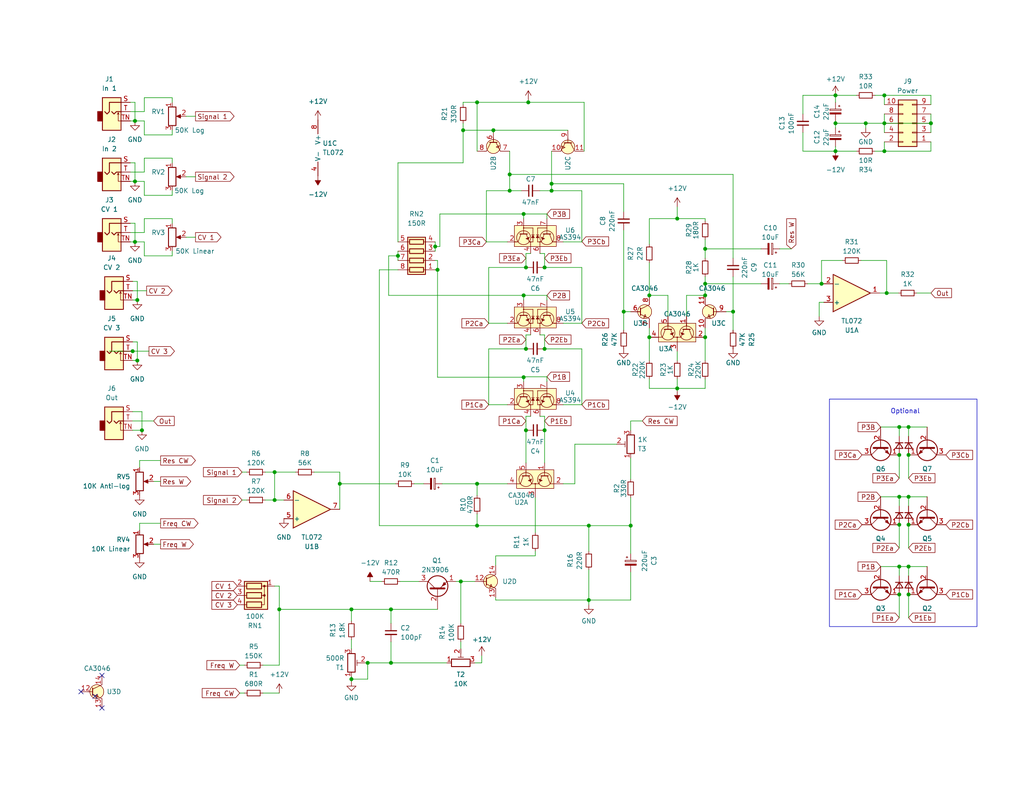
<source format=kicad_sch>
(kicad_sch (version 20230121) (generator eeschema)
  (paper "USLetter")
  (title_block (title "Goom") (company "Dave Hamilton"))
  (junction (at 106.68 180.975))
  (junction (at 192.405 77.47))
  (junction (at 245.364 124.206))
  (junction (at 247.904 162.306))
  (junction (at 227.965 26.035))
  (junction (at 160.655 163.83))
  (junction (at 74.93 128.905))
  (junction (at 36.83 33.02))
  (junction (at 148.59 95.25))
  (junction (at 139.065 47.625))
  (junction (at 74.93 136.525))
  (junction (at 37.465 81.915))
  (junction (at 184.785 59.69))
  (junction (at 177.165 80.645))
  (junction (at 143.51 117.475))
  (junction (at 245.364 154.686))
  (junction (at 126.365 35.56))
  (junction (at 224.155 77.47))
  (junction (at 36.195 95.885))
  (junction (at 36.83 66.04))
  (junction (at 236.22 33.655))
  (junction (at 130.175 143.51))
  (junction (at 148.59 73.025))
  (junction (at 245.364 143.256))
  (junction (at 118.745 67.31))
  (junction (at 241.3 41.275))
  (junction (at 192.405 67.945))
  (junction (at 247.904 143.256))
  (junction (at 254 33.655))
  (junction (at 241.935 80.01))
  (junction (at 148.59 117.475))
  (junction (at 38.735 117.475))
  (junction (at 247.904 135.636))
  (junction (at 95.885 166.37))
  (junction (at 130.175 132.08))
  (junction (at 241.3 33.655))
  (junction (at 106.68 166.37))
  (junction (at 177.165 92.075))
  (junction (at 142.875 58.42))
  (junction (at 139.065 52.07))
  (junction (at 134.62 35.56))
  (junction (at 245.364 162.306))
  (junction (at 150.495 52.07))
  (junction (at 160.655 143.51))
  (junction (at 108.585 69.85))
  (junction (at 245.364 116.586))
  (junction (at 76.2 166.37))
  (junction (at 144.145 27.94))
  (junction (at 245.364 135.636))
  (junction (at 142.875 102.997))
  (junction (at 192.405 80.645))
  (junction (at 143.51 95.25))
  (junction (at 37.465 98.425))
  (junction (at 172.085 143.51))
  (junction (at 95.885 185.42))
  (junction (at 192.405 92.075))
  (junction (at 247.904 116.586))
  (junction (at 227.965 41.275))
  (junction (at 200.025 85.09))
  (junction (at 36.83 49.53))
  (junction (at 125.73 158.75))
  (junction (at 92.71 132.08))
  (junction (at 142.875 80.645))
  (junction (at 247.904 154.686))
  (junction (at 241.3 26.035))
  (junction (at 143.51 73.025))
  (junction (at 227.965 33.655))
  (junction (at 100.33 180.975))
  (junction (at 184.785 106.045))
  (junction (at 150.495 50.165))
  (junction (at 170.18 85.09))
  (junction (at 247.904 124.206))
  (junction (at 119.38 73.66))
  (junction (at 130.175 27.94))
  (no_connect (at 27.813 184.404))
  (no_connect (at 22.098 188.849))
  (no_connect (at 27.813 193.294))
  (no_connect (at 25.908 190.119))
  (wire (pts (xy 146.05 151.765) (xy 135.255 151.765)))
  (wire (pts (xy 66.04 128.905) (xy 67.31 128.905)))
  (wire (pts (xy 130.175 27.94) (xy 130.175 41.275)))
  (wire (pts (xy 227.965 26.035) (xy 233.68 26.035)))
  (wire (pts (xy 125.73 177.165) (xy 125.73 175.26)))
  (wire (pts (xy 119.38 71.12) (xy 118.745 71.12)))
  (wire (pts (xy 126.365 35.56) (xy 126.365 44.45)))
  (wire (pts (xy 76.2 160.02) (xy 76.2 166.37)))
  (wire (pts (xy 66.04 136.525) (xy 67.31 136.525)))
  (wire (pts (xy 212.725 77.47) (xy 215.265 77.47)))
  (wire (pts (xy 150.495 52.07) (xy 147.32 52.07)))
  (wire (pts (xy 36.195 81.915) (xy 37.465 81.915)))
  (wire (pts (xy 46.99 53.34) (xy 46.99 52.07)))
  (wire (pts (xy 46.99 53.34) (xy 39.37 53.34)))
  (wire (pts (xy 245.364 119.126) (xy 245.364 116.586)))
  (wire (pts (xy 125.73 158.75) (xy 125.73 170.18)))
  (wire (pts (xy 129.54 180.975) (xy 131.445 180.975)))
  (wire (pts (xy 192.405 89.535) (xy 192.405 92.075)))
  (wire (pts (xy 142.875 102.87) (xy 149.225 102.87)))
  (wire (pts (xy 149.225 58.42) (xy 149.225 59.69)))
  (wire (pts (xy 43.815 131.445) (xy 41.91 131.445)))
  (wire (pts (xy 139.065 41.275) (xy 139.065 47.625)))
  (wire (pts (xy 74.93 136.525) (xy 72.39 136.525)))
  (wire (pts (xy 170.18 85.09) (xy 172.085 85.09)))
  (wire (pts (xy 139.065 52.07) (xy 142.24 52.07)))
  (wire (pts (xy 132.715 66.04) (xy 132.715 52.07)))
  (wire (pts (xy 36.195 95.885) (xy 40.64 95.885)))
  (wire (pts (xy 36.83 66.04) (xy 35.56 66.04)))
  (wire (pts (xy 254 41.275) (xy 241.3 41.275)))
  (wire (pts (xy 150.495 52.07) (xy 158.75 52.07)))
  (wire (pts (xy 153.67 110.49) (xy 158.75 110.49)))
  (wire (pts (xy 143.51 117.475) (xy 143.51 126.365)))
  (wire (pts (xy 35.56 44.45) (xy 36.83 44.45)))
  (wire (pts (xy 120.015 67.31) (xy 120.015 58.42)))
  (wire (pts (xy 138.43 88.265) (xy 133.35 88.265)))
  (wire (pts (xy 100.33 180.975) (xy 99.695 180.975)))
  (wire (pts (xy 103.505 73.66) (xy 103.505 143.51)))
  (wire (pts (xy 158.75 88.265) (xy 158.75 73.025)))
  (wire (pts (xy 39.37 66.04) (xy 36.83 66.04)))
  (wire (pts (xy 135.255 163.83) (xy 160.655 163.83)))
  (wire (pts (xy 71.755 181.61) (xy 76.2 181.61)))
  (wire (pts (xy 108.585 68.58) (xy 108.585 69.85)))
  (wire (pts (xy 150.495 41.275) (xy 150.495 50.165)))
  (wire (pts (xy 254 28.575) (xy 254 26.035)))
  (wire (pts (xy 135.255 163.195) (xy 135.255 163.83)))
  (wire (pts (xy 184.785 59.69) (xy 177.165 59.69)))
  (wire (pts (xy 29.845 95.885) (xy 36.195 95.885)))
  (wire (pts (xy 39.37 69.85) (xy 39.37 66.04)))
  (wire (pts (xy 46.99 26.67) (xy 46.99 27.94)))
  (wire (pts (xy 71.755 189.23) (xy 76.2 189.23)))
  (wire (pts (xy 250.19 80.01) (xy 254 80.01)))
  (wire (pts (xy 36.83 49.53) (xy 35.56 49.53)))
  (wire (pts (xy 39.37 33.02) (xy 36.83 33.02)))
  (wire (pts (xy 36.195 93.345) (xy 37.465 93.345)))
  (wire (pts (xy 39.37 26.67) (xy 39.37 30.48)))
  (wire (pts (xy 147.32 113.665) (xy 148.59 113.665)))
  (wire (pts (xy 106.045 80.645) (xy 106.045 69.85)))
  (wire (pts (xy 130.175 140.335) (xy 130.175 143.51)))
  (wire (pts (xy 192.405 67.945) (xy 192.405 70.485)))
  (wire (pts (xy 227.965 41.275) (xy 233.68 41.275)))
  (wire (pts (xy 172.085 114.935) (xy 172.085 117.475)))
  (wire (pts (xy 126.365 35.56) (xy 134.62 35.56)))
  (wire (pts (xy 192.405 59.69) (xy 184.785 59.69)))
  (wire (pts (xy 126.365 27.94) (xy 130.175 27.94)))
  (wire (pts (xy 184.785 106.045) (xy 184.785 106.68)))
  (wire (pts (xy 36.195 79.375) (xy 40.005 79.375)))
  (wire (pts (xy 227.965 40.005) (xy 227.965 41.275)))
  (wire (pts (xy 138.43 110.49) (xy 133.35 110.49)))
  (wire (pts (xy 92.71 128.905) (xy 92.71 132.08)))
  (wire (pts (xy 212.725 67.945) (xy 215.9 67.945)))
  (wire (pts (xy 50.8 31.75) (xy 53.34 31.75)))
  (wire (pts (xy 139.065 47.625) (xy 200.025 47.625)))
  (wire (pts (xy 227.965 26.035) (xy 227.965 27.94)))
  (wire (pts (xy 119.38 71.12) (xy 119.38 73.66)))
  (wire (pts (xy 192.405 65.405) (xy 192.405 67.945)))
  (wire (pts (xy 187.325 80.645) (xy 187.325 86.36)))
  (wire (pts (xy 118.745 67.31) (xy 120.015 67.31)))
  (wire (pts (xy 247.904 157.226) (xy 247.904 154.686)))
  (wire (pts (xy 160.655 163.83) (xy 160.655 165.1)))
  (wire (pts (xy 192.405 80.645) (xy 187.325 80.645)))
  (wire (pts (xy 241.935 80.01) (xy 241.935 71.12)))
  (wire (pts (xy 130.175 27.94) (xy 144.145 27.94)))
  (wire (pts (xy 192.405 59.69) (xy 192.405 60.325)))
  (wire (pts (xy 39.37 49.53) (xy 36.83 49.53)))
  (wire (pts (xy 133.35 73.025) (xy 143.51 73.025)))
  (wire (pts (xy 36.83 44.45) (xy 36.83 49.53)))
  (wire (pts (xy 130.175 132.08) (xy 138.43 132.08)))
  (wire (pts (xy 241.935 71.12) (xy 234.95 71.12)))
  (wire (pts (xy 35.56 27.94) (xy 36.83 27.94)))
  (wire (pts (xy 100.33 180.975) (xy 100.33 185.42)))
  (wire (pts (xy 182.245 86.36) (xy 182.245 80.645)))
  (wire (pts (xy 142.875 58.42) (xy 142.875 59.69)))
  (wire (pts (xy 35.56 60.96) (xy 36.83 60.96)))
  (wire (pts (xy 125.73 158.75) (xy 129.54 158.75)))
  (wire (pts (xy 220.345 77.47) (xy 224.155 77.47)))
  (wire (pts (xy 254 41.275) (xy 254 38.735)))
  (wire (pts (xy 172.085 156.21) (xy 172.085 163.83)))
  (wire (pts (xy 184.785 95.885) (xy 184.785 98.425)))
  (wire (pts (xy 177.165 80.645) (xy 182.245 80.645)))
  (wire (pts (xy 160.655 155.575) (xy 160.655 163.83)))
  (wire (pts (xy 108.585 66.04) (xy 108.585 44.45)))
  (wire (pts (xy 126.365 27.94) (xy 126.365 28.575)))
  (wire (pts (xy 144.78 91.44) (xy 143.51 91.44)))
  (wire (pts (xy 119.38 102.997) (xy 142.875 102.997)))
  (wire (pts (xy 38.1 125.73) (xy 43.815 125.73)))
  (wire (pts (xy 126.365 33.655) (xy 126.365 35.56)))
  (wire (pts (xy 120.65 132.08) (xy 130.175 132.08)))
  (wire (pts (xy 118.745 73.66) (xy 119.38 73.66)))
  (wire (pts (xy 37.465 76.835) (xy 37.465 81.915)))
  (wire (pts (xy 113.03 132.08) (xy 115.57 132.08)))
  (wire (pts (xy 227.965 33.02) (xy 227.965 33.655)))
  (wire (pts (xy 130.175 132.08) (xy 130.175 135.255)))
  (wire (pts (xy 76.2 166.37) (xy 95.885 166.37)))
  (wire (pts (xy 46.99 69.85) (xy 46.99 68.58)))
  (wire (pts (xy 131.445 180.975) (xy 131.445 179.07)))
  (wire (pts (xy 46.99 69.85) (xy 39.37 69.85)))
  (wire (pts (xy 148.59 91.44) (xy 148.59 95.25)))
  (wire (pts (xy 158.75 66.04) (xy 158.75 52.07)))
  (wire (pts (xy 192.405 75.565) (xy 192.405 77.47)))
  (wire (pts (xy 247.904 143.256) (xy 247.904 149.606)))
  (wire (pts (xy 224.155 77.47) (xy 224.79 77.47)))
  (wire (pts (xy 76.2 160.02) (xy 74.93 160.02)))
  (wire (pts (xy 170.18 62.865) (xy 170.18 85.09)))
  (wire (pts (xy 170.18 50.165) (xy 170.18 57.785)))
  (wire (pts (xy 41.91 114.935) (xy 36.195 114.935)))
  (wire (pts (xy 192.405 106.045) (xy 184.785 106.045)))
  (wire (pts (xy 156.845 121.285) (xy 156.845 132.08)))
  (wire (pts (xy 77.47 136.525) (xy 74.93 136.525)))
  (wire (pts (xy 100.33 185.42) (xy 95.885 185.42)))
  (wire (pts (xy 35.56 63.5) (xy 39.37 63.5)))
  (wire (pts (xy 38.1 127.635) (xy 38.1 125.73)))
  (wire (pts (xy 245.364 154.686) (xy 240.284 154.686)))
  (wire (pts (xy 254 26.035) (xy 241.3 26.035)))
  (wire (pts (xy 133.35 95.25) (xy 143.51 95.25)))
  (wire (pts (xy 245.364 143.256) (xy 245.364 149.606)))
  (wire (pts (xy 227.965 33.655) (xy 236.22 33.655)))
  (wire (pts (xy 177.165 92.075) (xy 177.165 98.425)))
  (wire (pts (xy 142.875 80.645) (xy 142.875 81.915)))
  (wire (pts (xy 144.145 27.305) (xy 144.145 27.94)))
  (wire (pts (xy 224.79 82.55) (xy 223.52 82.55)))
  (wire (pts (xy 133.35 110.49) (xy 133.35 95.25)))
  (wire (pts (xy 192.405 67.945) (xy 207.645 67.945)))
  (wire (pts (xy 139.065 47.625) (xy 139.065 52.07)))
  (wire (pts (xy 247.904 135.636) (xy 245.364 135.636)))
  (wire (pts (xy 147.32 91.44) (xy 148.59 91.44)))
  (wire (pts (xy 46.99 36.83) (xy 46.99 35.56)))
  (wire (pts (xy 241.3 33.655) (xy 241.3 36.195)))
  (wire (pts (xy 109.22 158.75) (xy 114.3 158.75)))
  (wire (pts (xy 118.745 66.04) (xy 118.745 67.31)))
  (wire (pts (xy 144.145 27.94) (xy 159.385 27.94)))
  (wire (pts (xy 148.59 73.025) (xy 158.75 73.025)))
  (wire (pts (xy 124.46 158.75) (xy 125.73 158.75)))
  (wire (pts (xy 65.405 189.23) (xy 66.675 189.23)))
  (wire (pts (xy 172.085 135.89) (xy 172.085 143.51)))
  (wire (pts (xy 146.05 135.89) (xy 146.05 145.415)))
  (wire (pts (xy 177.165 103.505) (xy 177.165 106.045)))
  (wire (pts (xy 241.3 26.035) (xy 241.3 28.575)))
  (wire (pts (xy 254 31.115) (xy 254 33.655)))
  (wire (pts (xy 39.37 30.48) (xy 35.56 30.48)))
  (wire (pts (xy 46.99 36.83) (xy 39.37 36.83)))
  (wire (pts (xy 100.965 158.75) (xy 104.14 158.75)))
  (wire (pts (xy 142.875 102.997) (xy 142.875 104.14)))
  (wire (pts (xy 148.59 113.665) (xy 148.59 117.475)))
  (wire (pts (xy 241.3 41.275) (xy 241.3 38.735)))
  (wire (pts (xy 172.085 125.095) (xy 172.085 130.81)))
  (wire (pts (xy 247.904 124.206) (xy 247.904 130.556)))
  (wire (pts (xy 95.885 186.055) (xy 95.885 185.42)))
  (wire (pts (xy 177.165 89.535) (xy 177.165 92.075)))
  (wire (pts (xy 103.505 73.66) (xy 108.585 73.66)))
  (wire (pts (xy 200.025 85.09) (xy 198.12 85.09)))
  (wire (pts (xy 219.075 31.115) (xy 219.075 26.035)))
  (wire (pts (xy 76.2 166.37) (xy 76.2 181.61)))
  (wire (pts (xy 38.735 112.395) (xy 38.735 117.475)))
  (wire (pts (xy 245.364 116.586) (xy 240.284 116.586)))
  (wire (pts (xy 106.68 180.975) (xy 121.92 180.975)))
  (wire (pts (xy 142.875 102.997) (xy 142.875 102.87)))
  (wire (pts (xy 245.364 157.226) (xy 245.364 154.686)))
  (wire (pts (xy 108.585 44.45) (xy 126.365 44.45)))
  (wire (pts (xy 153.67 132.08) (xy 156.845 132.08)))
  (wire (pts (xy 134.62 35.56) (xy 134.62 36.195)))
  (wire (pts (xy 247.904 116.586) (xy 252.984 116.586)))
  (wire (pts (xy 146.05 150.495) (xy 146.05 151.765)))
  (wire (pts (xy 103.505 143.51) (xy 130.175 143.51)))
  (wire (pts (xy 219.075 41.275) (xy 227.965 41.275)))
  (wire (pts (xy 177.165 106.045) (xy 184.785 106.045)))
  (wire (pts (xy 247.904 162.306) (xy 247.904 168.656)))
  (wire (pts (xy 74.93 128.905) (xy 74.93 136.525)))
  (wire (pts (xy 39.37 59.69) (xy 46.99 59.69)))
  (wire (pts (xy 142.875 58.42) (xy 149.225 58.42)))
  (wire (pts (xy 236.22 34.925) (xy 236.22 33.655)))
  (wire (pts (xy 177.165 71.755) (xy 177.165 80.645)))
  (wire (pts (xy 150.495 50.165) (xy 150.495 52.07)))
  (wire (pts (xy 120.015 58.42) (xy 142.875 58.42)))
  (wire (pts (xy 46.99 43.18) (xy 46.99 44.45)))
  (wire (pts (xy 177.165 59.69) (xy 177.165 66.675)))
  (wire (pts (xy 106.045 80.645) (xy 142.875 80.645)))
  (wire (pts (xy 219.075 26.035) (xy 227.965 26.035)))
  (wire (pts (xy 95.885 174.625) (xy 95.885 177.165)))
  (wire (pts (xy 172.085 163.83) (xy 160.655 163.83)))
  (wire (pts (xy 143.51 91.44) (xy 143.51 95.25)))
  (wire (pts (xy 229.87 71.12) (xy 224.155 71.12)))
  (wire (pts (xy 245.364 135.636) (xy 240.284 135.636)))
  (wire (pts (xy 132.715 66.04) (xy 138.43 66.04)))
  (wire (pts (xy 241.3 33.655) (xy 254 33.655)))
  (wire (pts (xy 38.735 117.475) (xy 36.195 117.475)))
  (wire (pts (xy 106.68 166.37) (xy 119.38 166.37)))
  (wire (pts (xy 241.3 31.115) (xy 241.3 33.655)))
  (wire (pts (xy 247.904 135.636) (xy 252.984 135.636)))
  (wire (pts (xy 153.67 88.265) (xy 158.75 88.265)))
  (wire (pts (xy 106.68 166.37) (xy 106.68 170.18)))
  (wire (pts (xy 143.51 113.665) (xy 143.51 117.475)))
  (wire (pts (xy 247.904 154.686) (xy 245.364 154.686)))
  (wire (pts (xy 95.885 166.37) (xy 106.68 166.37)))
  (wire (pts (xy 200.025 90.17) (xy 200.025 85.09)))
  (wire (pts (xy 150.495 50.165) (xy 170.18 50.165)))
  (wire (pts (xy 35.56 46.99) (xy 39.37 46.99)))
  (wire (pts (xy 85.725 128.905) (xy 92.71 128.905)))
  (wire (pts (xy 65.405 181.61) (xy 66.675 181.61)))
  (wire (pts (xy 106.68 175.26) (xy 106.68 180.975)))
  (wire (pts (xy 135.255 151.765) (xy 135.255 154.305)))
  (wire (pts (xy 172.085 143.51) (xy 172.085 151.13)))
  (wire (pts (xy 149.225 80.645) (xy 149.225 81.915)))
  (wire (pts (xy 39.37 46.99) (xy 39.37 43.18)))
  (wire (pts (xy 144.78 113.665) (xy 143.51 113.665)))
  (wire (pts (xy 184.785 56.515) (xy 184.785 59.69)))
  (wire (pts (xy 192.405 92.075) (xy 192.405 98.425)))
  (wire (pts (xy 108.585 69.85) (xy 108.585 71.12)))
  (wire (pts (xy 143.51 69.215) (xy 143.51 73.025)))
  (wire (pts (xy 133.35 88.265) (xy 133.35 73.025)))
  (wire (pts (xy 200.025 75.565) (xy 200.025 85.09)))
  (wire (pts (xy 245.364 124.206) (xy 245.364 130.556)))
  (wire (pts (xy 53.34 64.77) (xy 50.8 64.77)))
  (wire (pts (xy 219.075 36.195) (xy 219.075 41.275)))
  (wire (pts (xy 39.37 43.18) (xy 46.99 43.18)))
  (wire (pts (xy 238.76 26.035) (xy 241.3 26.035)))
  (wire (pts (xy 95.885 185.42) (xy 95.885 184.785)))
  (wire (pts (xy 39.37 63.5) (xy 39.37 59.69)))
  (wire (pts (xy 36.83 27.94) (xy 36.83 33.02)))
  (wire (pts (xy 254 33.655) (xy 254 36.195)))
  (wire (pts (xy 36.195 112.395) (xy 38.735 112.395)))
  (wire (pts (xy 160.655 143.51) (xy 172.085 143.51)))
  (wire (pts (xy 118.745 67.31) (xy 118.745 68.58)))
  (wire (pts (xy 241.935 80.01) (xy 245.11 80.01)))
  (wire (pts (xy 247.904 138.176) (xy 247.904 135.636)))
  (wire (pts (xy 36.195 98.425) (xy 37.465 98.425)))
  (wire (pts (xy 159.385 27.94) (xy 159.385 41.275)))
  (wire (pts (xy 36.83 33.02) (xy 35.56 33.02)))
  (wire (pts (xy 247.904 154.686) (xy 252.984 154.686)))
  (wire (pts (xy 46.99 26.67) (xy 39.37 26.67)))
  (wire (pts (xy 223.52 82.55) (xy 223.52 86.36)))
  (wire (pts (xy 39.37 36.83) (xy 39.37 33.02)))
  (wire (pts (xy 247.904 116.586) (xy 245.364 116.586)))
  (wire (pts (xy 43.815 148.59) (xy 41.91 148.59)))
  (wire (pts (xy 160.655 143.51) (xy 160.655 150.495)))
  (wire (pts (xy 200.025 47.625) (xy 200.025 70.485)))
  (wire (pts (xy 245.364 162.306) (xy 245.364 168.656)))
  (wire (pts (xy 245.364 138.176) (xy 245.364 135.636)))
  (wire (pts (xy 236.22 33.655) (xy 241.3 33.655)))
  (wire (pts (xy 158.75 110.49) (xy 158.75 95.25)))
  (wire (pts (xy 37.465 93.345) (xy 37.465 98.425)))
  (wire (pts (xy 50.8 48.26) (xy 53.34 48.26)))
  (wire (pts (xy 119.38 73.66) (xy 119.38 102.997)))
  (wire (pts (xy 130.175 143.51) (xy 160.655 143.51)))
  (wire (pts (xy 156.845 121.285) (xy 168.275 121.285)))
  (wire (pts (xy 147.32 69.215) (xy 148.59 69.215)))
  (wire (pts (xy 192.405 77.47) (xy 207.645 77.47)))
  (wire (pts (xy 170.18 85.09) (xy 170.18 90.17)))
  (wire (pts (xy 39.37 53.34) (xy 39.37 49.53)))
  (wire (pts (xy 92.71 132.08) (xy 92.71 139.065)))
  (wire (pts (xy 192.405 77.47) (xy 192.405 80.645)))
  (wire (pts (xy 238.76 41.275) (xy 241.3 41.275)))
  (wire (pts (xy 38.1 142.875) (xy 43.815 142.875)))
  (wire (pts (xy 92.71 132.08) (xy 107.95 132.08)))
  (wire (pts (xy 192.405 103.505) (xy 192.405 106.045)))
  (wire (pts (xy 148.59 69.215) (xy 148.59 73.025)))
  (wire (pts (xy 36.83 60.96) (xy 36.83 66.04)))
  (wire (pts (xy 148.59 117.475) (xy 148.59 126.365)))
  (wire (pts (xy 144.78 69.215) (xy 143.51 69.215)))
  (wire (pts (xy 153.67 66.04) (xy 158.75 66.04)))
  (wire (pts (xy 74.93 128.905) (xy 80.645 128.905)))
  (wire (pts (xy 106.045 69.85) (xy 108.585 69.85)))
  (wire (pts (xy 224.155 71.12) (xy 224.155 77.47)))
  (wire (pts (xy 142.875 80.645) (xy 149.225 80.645)))
  (wire (pts (xy 46.99 59.69) (xy 46.99 60.96)))
  (wire (pts (xy 247.904 119.126) (xy 247.904 116.586)))
  (wire (pts (xy 148.59 95.25) (xy 158.75 95.25)))
  (wire (pts (xy 132.715 52.07) (xy 139.065 52.07)))
  (wire (pts (xy 149.225 102.87) (xy 149.225 104.14)))
  (wire (pts (xy 227.965 34.925) (xy 227.965 33.655)))
  (wire (pts (xy 36.195 76.835) (xy 37.465 76.835)))
  (wire (pts (xy 240.03 80.01) (xy 241.935 80.01)))
  (wire (pts (xy 95.885 166.37) (xy 95.885 169.545)))
  (wire (pts (xy 134.62 35.56) (xy 154.94 35.56)))
  (wire (pts (xy 72.39 128.905) (xy 74.93 128.905)))
  (wire (pts (xy 175.26 114.935) (xy 172.085 114.935)))
  (wire (pts (xy 184.785 103.505) (xy 184.785 106.045)))
  (wire (pts (xy 100.33 180.975) (xy 106.68 180.975)))
  (wire (pts (xy 38.1 144.78) (xy 38.1 142.875)))
  (rectangle (start 226.314 108.966) (end 266.573 171.069))
  (text "Optional" (at 242.951 113.157 0) (effects (font (size 1.27 1.27)) (justify left bottom)))
  (global_label "P2Ea" (shape input) (at 245.364 149.606 180) (property "Intersheetrefs" "${INTERSHEET_REFS}" (effects hide)))
  (global_label "CV 1" (shape input) (at 64.77 160.02 180) (property "Intersheetrefs" "${INTERSHEET_REFS}" (effects hide)))
  (global_label "P2Eb" (shape input) (at 148.59 92.71 0) (property "Intersheetrefs" "${INTERSHEET_REFS}" (effects hide)))
  (global_label "P3B" (shape input) (at 149.225 58.42 0) (property "Intersheetrefs" "${INTERSHEET_REFS}" (effects hide)))
  (global_label "Signal 2" (shape output) (at 53.34 48.26 0) (property "Intersheetrefs" "${INTERSHEET_REFS}" (effects hide)))
  (global_label "P1B" (shape input) (at 240.284 154.686 180) (property "Intersheetrefs" "${INTERSHEET_REFS}" (effects hide)))
  (global_label "P2Cb" (shape input) (at 158.75 88.265 0) (property "Intersheetrefs" "${INTERSHEET_REFS}" (effects hide)))
  (global_label "P3Ca" (shape input) (at 132.715 66.04 180) (property "Intersheetrefs" "${INTERSHEET_REFS}" (effects hide)))
  (global_label "CV 1" (shape output) (at 53.34 64.77 0) (property "Intersheetrefs" "${INTERSHEET_REFS}" (effects hide)))
  (global_label "P2Ca" (shape input) (at 133.35 88.265 180) (property "Intersheetrefs" "${INTERSHEET_REFS}" (effects hide)))
  (global_label "P3Eb" (shape input) (at 247.904 130.556 0) (property "Intersheetrefs" "${INTERSHEET_REFS}" (effects hide)))
  (global_label "Res CW" (shape output) (at 43.815 125.73 0) (property "Intersheetrefs" "${INTERSHEET_REFS}" (effects hide)))
  (global_label "Res CW" (shape input) (at 175.26 114.935 0) (property "Intersheetrefs" "${INTERSHEET_REFS}" (effects hide)))
  (global_label "Signal 2" (shape input) (at 66.04 136.525 180) (property "Intersheetrefs" "${INTERSHEET_REFS}" (effects hide)))
  (global_label "P3B" (shape input) (at 240.284 116.586 180) (property "Intersheetrefs" "${INTERSHEET_REFS}" (effects hide)))
  (global_label "Out" (shape input) (at 41.91 114.935 0) (property "Intersheetrefs" "${INTERSHEET_REFS}" (effects hide)))
  (global_label "Out" (shape input) (at 254 80.01 0) (property "Intersheetrefs" "${INTERSHEET_REFS}" (effects hide)))
  (global_label "CV 3" (shape input) (at 64.77 165.1 180) (property "Intersheetrefs" "${INTERSHEET_REFS}" (effects hide)))
  (global_label "Freq CW" (shape input) (at 65.405 189.23 180) (property "Intersheetrefs" "${INTERSHEET_REFS}" (effects hide)))
  (global_label "P2Ea" (shape input) (at 143.51 92.71 180) (property "Intersheetrefs" "${INTERSHEET_REFS}" (effects hide)))
  (global_label "P2Cb" (shape input) (at 258.064 143.256 0) (property "Intersheetrefs" "${INTERSHEET_REFS}" (effects hide)))
  (global_label "P3Eb" (shape input) (at 148.59 70.485 0) (property "Intersheetrefs" "${INTERSHEET_REFS}" (effects hide)))
  (global_label "Signal 1" (shape input) (at 66.04 128.905 180) (property "Intersheetrefs" "${INTERSHEET_REFS}" (effects hide)))
  (global_label "Freq W" (shape input) (at 65.405 181.61 180) (property "Intersheetrefs" "${INTERSHEET_REFS}" (effects hide)))
  (global_label "P3Ea" (shape input) (at 143.51 70.485 180) (property "Intersheetrefs" "${INTERSHEET_REFS}" (effects hide)))
  (global_label "P2B" (shape input) (at 149.225 80.645 0) (property "Intersheetrefs" "${INTERSHEET_REFS}" (effects hide)))
  (global_label "P1Ca" (shape input) (at 133.35 110.49 180) (property "Intersheetrefs" "${INTERSHEET_REFS}" (effects hide)))
  (global_label "P1Ca" (shape input) (at 235.204 162.306 180) (property "Intersheetrefs" "${INTERSHEET_REFS}" (effects hide)))
  (global_label "P1Ea" (shape input) (at 245.364 168.656 180) (property "Intersheetrefs" "${INTERSHEET_REFS}" (effects hide)))
  (global_label "P3Cb" (shape input) (at 158.75 65.913 0) (property "Intersheetrefs" "${INTERSHEET_REFS}" (effects hide)))
  (global_label "CV 2" (shape output) (at 40.005 79.375 0) (property "Intersheetrefs" "${INTERSHEET_REFS}" (effects hide)))
  (global_label "P1Eb" (shape input) (at 247.904 168.656 0) (property "Intersheetrefs" "${INTERSHEET_REFS}" (effects hide)))
  (global_label "Freq W" (shape output) (at 43.815 148.59 0) (property "Intersheetrefs" "${INTERSHEET_REFS}" (effects hide)))
  (global_label "Res W" (shape output) (at 43.815 131.445 0) (property "Intersheetrefs" "${INTERSHEET_REFS}" (effects hide)))
  (global_label "P3Ea" (shape input) (at 245.364 130.556 180) (property "Intersheetrefs" "${INTERSHEET_REFS}" (effects hide)))
  (global_label "CV 3" (shape output) (at 40.64 95.885 0) (property "Intersheetrefs" "${INTERSHEET_REFS}" (effects hide)))
  (global_label "P3Cb" (shape input) (at 258.064 124.206 0) (property "Intersheetrefs" "${INTERSHEET_REFS}" (effects hide)))
  (global_label "P3Ca" (shape input) (at 235.204 124.206 180) (property "Intersheetrefs" "${INTERSHEET_REFS}" (effects hide)))
  (global_label "P1Cb" (shape input) (at 158.75 110.49 0) (property "Intersheetrefs" "${INTERSHEET_REFS}" (effects hide)))
  (global_label "P1Cb" (shape input) (at 258.064 162.306 0) (property "Intersheetrefs" "${INTERSHEET_REFS}" (effects hide)))
  (global_label "P1Eb" (shape input) (at 148.59 114.935 0) (property "Intersheetrefs" "${INTERSHEET_REFS}" (effects hide)))
  (global_label "CV 2" (shape input) (at 64.77 162.56 180) (property "Intersheetrefs" "${INTERSHEET_REFS}" (effects hide)))
  (global_label "P2Ca" (shape input) (at 235.204 143.256 180) (property "Intersheetrefs" "${INTERSHEET_REFS}" (effects hide)))
  (global_label "Signal 1" (shape output) (at 53.34 31.75 0) (property "Intersheetrefs" "${INTERSHEET_REFS}" (effects hide)))
  (global_label "P1B" (shape input) (at 149.225 102.87 0) (property "Intersheetrefs" "${INTERSHEET_REFS}" (effects hide)))
  (global_label "Freq CW" (shape output) (at 43.815 142.875 0) (property "Intersheetrefs" "${INTERSHEET_REFS}" (effects hide)))
  (global_label "P1Ca" (shape input) (at 143.51 114.935 180) (property "Intersheetrefs" "${INTERSHEET_REFS}" (effects hide)))
  (global_label "Res W" (shape input) (at 215.9 67.945 90) (property "Intersheetrefs" "${INTERSHEET_REFS}" (effects hide)))
  (global_label "P2Eb" (shape input) (at 247.904 149.606 0) (property "Intersheetrefs" "${INTERSHEET_REFS}" (effects hide)))
  (global_label "P2B" (shape input) (at 240.284 135.636 180) (property "Intersheetrefs" "${INTERSHEET_REFS}" (effects hide)))
  (symbol (lib_id "Device:R_Small") (at 130.175 137.795 180) (unit 1)
    (property "Reference" "R10" (at 126.365 137.795 90))
    (property "Value" "470R" (at 128.27 137.795 90))
    (property "Footprint" "Resistor_THT:R_Axial_DIN0204_L3.6mm_D1.6mm_P5.08mm_Horizontal" (effects hide))
  )
  (symbol (lib_id "Device:R_Small") (at 236.22 41.275 90) (mirror x) (unit 1)
    (property "Reference" "R34" (at 236.22 46.355 90))
    (property "Value" "10R" (at 236.22 43.815 90))
    (property "Footprint" "Resistor_THT:R_Axial_DIN0204_L3.6mm_D1.6mm_P5.08mm_Horizontal" (effects hide))
  )
  (symbol (lib_id "Device:R_Small") (at 125.73 172.72 180) (unit 1)
    (property "Reference" "R14" (at 120.65 172.72 90))
    (property "Value" "100K" (at 123.19 172.72 90))
    (property "Footprint" "Resistor_THT:R_Axial_DIN0204_L3.6mm_D1.6mm_P5.08mm_Horizontal" (effects hide))
  )
  (symbol (lib_id "Device:C_Small") (at 144.78 52.07 90) (mirror x) (unit 1)
    (property "Reference" "C7" (at 144.78 48.895 90))
    (property "Value" "47nF" (at 144.78 55.245 90))
    (property "Footprint" "Capacitor_THT:C_Rect_L7.2mm_W2.5mm_P5.00mm_FKS2_FKP2_MKS2_MKP2" (effects hide))
  )
  (symbol (lib_id "Device:R_Potentiometer") (at 46.99 48.26 0) (unit 1)
    (property "Reference" "RV2" (at 45.085 46.99 0) (effects (justify right)))
    (property "Value" "50K Log" (at 55.753 52.07 0) (effects (justify right)))
    (property "Footprint" "Potentiometer_THT:Potentiometer_Alpha_RD901F-40-00D_Single_Vertical" (effects hide))
  )
  (symbol (lib_id "Device:C_Small") (at 170.18 60.325 0) (mirror y) (unit 1)
    (property "Reference" "C8" (at 164.465 60.325 90))
    (property "Value" "220nF" (at 167.005 60.325 90))
    (property "Footprint" "Capacitor_THT:C_Rect_L7.2mm_W2.5mm_P5.00mm_FKS2_FKP2_MKS2_MKP2" (effects hide))
  )
  (symbol (lib_id "Device:C_Polarized_Small") (at 227.965 37.465 0) (mirror y) (unit 1)
    (property "Reference" "C12" (at 222.885 37.465 90))
    (property "Value" "22uF" (at 225.425 37.465 90))
    (property "Footprint" "Capacitor_THT:CP_Radial_D5.0mm_P2.50mm" (effects hide))
  )
  (symbol (lib_id "Device:R_Small") (at 192.405 73.025 180) (unit 1)
    (property "Reference" "R28" (at 187.96 73.025 90))
    (property "Value" "1K" (at 189.865 73.025 90))
    (property "Footprint" "Resistor_THT:R_Axial_DIN0204_L3.6mm_D1.6mm_P5.08mm_Horizontal" (effects hide))
  )
  (symbol (lib_id "power:GND") (at 200.025 95.25 0) (unit 1)
    (property "Reference" "#PWR028" (effects hide))
    (property "Value" "GND" (at 200.025 99.06 0))
  )
  (symbol (lib_id "power:GND") (at 37.465 81.915 0) (unit 1)
    (property "Reference" "#PWR03" (effects hide))
    (property "Value" "GND" (at 37.465 86.995 0))
  )
  (symbol (lib_id "Device:R_Small") (at 106.68 158.75 270) (mirror x) (unit 1)
    (property "Reference" "R12" (at 106.68 153.67 90))
    (property "Value" "470R" (at 106.68 156.21 90))
    (property "Footprint" "Resistor_THT:R_Axial_DIN0204_L3.6mm_D1.6mm_P5.08mm_Horizontal" (effects hide))
  )
  (symbol (lib_id "Device:R_Small") (at 69.215 189.23 90) (unit 1)
    (property "Reference" "R1" (at 69.215 184.15 90))
    (property "Value" "680R" (at 69.215 186.69 90))
    (property "Footprint" "Resistor_THT:R_Axial_DIN0204_L3.6mm_D1.6mm_P5.08mm_Horizontal" (effects hide))
  )
  (symbol (lib_id "Device:D_Small") (at 245.364 159.766 270) (unit 1)
    (property "Reference" "D2" (effects hide))
    (property "Value" "2N4148" (effects hide))
    (property "Footprint" "Diode_THT:D_DO-35_SOD27_P7.62mm_Horizontal" (effects hide))
    (property "Sim.Device" "D" (effects hide))
    (property "Sim.Pins" "1=K 2=A" (effects hide))
  )
  (symbol (lib_id "Device:C_Polarized_Small") (at 227.965 30.48 0) (mirror y) (unit 1)
    (property "Reference" "C14" (at 222.885 30.48 90))
    (property "Value" "22uF" (at 225.425 30.48 90))
    (property "Footprint" "Capacitor_THT:CP_Radial_D5.0mm_P2.50mm" (effects hide))
  )
  (symbol (lib_id "power:+12V") (at 131.445 179.07 0) (unit 1)
    (property "Reference" "#PWR015" (effects hide))
    (property "Value" "+12V" (at 131.445 174.625 0))
  )
  (symbol (lib_id "Device:C_Polarized_Small") (at 172.085 153.67 0) (unit 1)
    (property "Reference" "C3" (at 178.435 153.1239 90))
    (property "Value" "220uF" (at 175.895 153.1239 90))
    (property "Footprint" "Capacitor_THT:CP_Radial_D5.0mm_P2.50mm" (effects hide))
  )
  (symbol (lib_id "Device:R_Potentiometer_Trim") (at 172.085 121.285 180) (unit 1)
    (property "Reference" "T3" (at 173.99 122.555 0) (effects (justify right)))
    (property "Value" "1K" (at 173.99 120.015 0) (effects (justify right)))
    (property "Footprint" "Potentiometer_THT:Potentiometer_Bourns_3386P_Vertical" (effects hide))
  )
  (symbol (lib_id "Transistor_Arrays:CA3046") (at 128.27 40.005 90) (mirror x) (unit 2)
    (property "Reference" "U2" (at 134.62 42.545 0) (effects (justify left)))
    (property "Value" "CA3046" (effects hide))
    (property "Footprint" "Package_DIP:DIP-14_W7.62mm" (effects hide))
  )
  (symbol (lib_id "Transistor_Arrays:AS394H") (at 146.05 58.42 0) (unit 1)
    (property "Reference" "U6" (at 155.575 62.865 0))
    (property "Value" "AS394" (at 155.575 64.77 0))
    (property "Footprint" "Package_TO_SOT_THT:TO-5-8" (effects hide))
  )
  (symbol (lib_id "Transistor_BJT:2N3904") (at 252.984 140.716 270) (unit 1)
    (property "Reference" "Q5" (at 252.984 147.066 90))
    (property "Value" "2N3904" (effects hide))
    (property "Footprint" "Package_TO_SOT_THT:TO-92_Inline" (effects hide))
    (property "Datasheet" "https://www.onsemi.com/pub/Collateral/2N3903-D.PDF" (effects hide))
  )
  (symbol (lib_id "Transistor_BJT:2N3906") (at 119.38 161.29 90) (unit 1)
    (property "Reference" "Q1" (at 120.65 153.035 90) (effects (justify left)))
    (property "Value" "2N3906" (at 122.555 155.575 90) (effects (justify left)))
    (property "Footprint" "Package_TO_SOT_THT:TO-92_Inline" (effects hide))
    (property "Datasheet" "https://www.onsemi.com/pub/Collateral/2N3906-D.PDF" (effects hide))
  )
  (symbol (lib_id "Device:R_Small") (at 110.49 132.08 90) (unit 1)
    (property "Reference" "R9" (at 110.49 127 90))
    (property "Value" "10K" (at 110.49 129.54 90))
    (property "Footprint" "Resistor_THT:R_Axial_DIN0204_L3.6mm_D1.6mm_P5.08mm_Horizontal" (effects hide))
  )
  (symbol (lib_name "CA3046_4") (lib_id "Transistor_Arrays:CA3046") (at 133.985 152.4 0) (unit 4)
    (property "Reference" "U2" (at 139.065 158.75 0))
    (property "Value" "CA3046" (effects hide))
    (property "Footprint" "Package_DIP:DIP-14_W7.62mm" (effects hide))
  )
  (symbol (lib_id "Device:C_Small") (at 219.075 33.655 180) (unit 1)
    (property "Reference" "C13" (at 213.36 33.655 90))
    (property "Value" "100nF" (at 215.9 33.655 90))
    (property "Footprint" "Capacitor_THT:C_Rect_L7.2mm_W2.5mm_P5.00mm_FKS2_FKP2_MKS2_MKP2" (effects hide))
  )
  (symbol (lib_id "Connector_Audio:AudioJack2_SwitchT") (at 31.115 114.935 0) (unit 1)
    (property "Reference" "J6" (at 30.48 106.045 0))
    (property "Value" "Out" (at 30.48 108.585 0))
    (property "Footprint" "Connector_Audio_Extra:Jack_3.5mm_QingPu_WQP-PJ301BM_Vertical" (effects hide))
  )
  (symbol (lib_id "Device:R_Potentiometer") (at 46.99 31.75 0) (unit 1)
    (property "Reference" "RV1" (at 45.085 30.48 0) (effects (justify right)))
    (property "Value" "50K Log" (at 55.88 35.56 0) (effects (justify right)))
    (property "Footprint" "Potentiometer_THT:Potentiometer_Alpha_RD901F-40-00D_Single_Vertical" (effects hide))
  )
  (symbol (lib_id "Device:C_Small") (at 146.05 95.25 90) (mirror x) (unit 1)
    (property "Reference" "C5" (at 146.05 100.965 90))
    (property "Value" "47nF" (at 146.05 98.425 90))
    (property "Footprint" "Capacitor_THT:C_Rect_L7.2mm_W2.5mm_P5.00mm_FKS2_FKP2_MKS2_MKP2" (effects hide))
  )
  (symbol (lib_id "Device:R_Potentiometer_Trim") (at 95.885 180.975 0) (mirror x) (unit 1)
    (property "Reference" "T1" (at 93.98 182.245 0) (effects (justify right)))
    (property "Value" "500R" (at 93.98 179.705 0) (effects (justify right)))
    (property "Footprint" "Potentiometer_THT:Potentiometer_Bourns_3266Y_Vertical" (effects hide))
  )
  (symbol (lib_id "power:-12V") (at 86.741 48.006 0) (mirror x) (unit 1)
    (property "Reference" "#PWR09" (effects hide))
    (property "Value" "-12V" (at 86.741 53.086 0))
  )
  (symbol (lib_id "Connector_Audio:AudioJack2_SwitchT") (at 30.48 30.48 0) (unit 1)
    (property "Reference" "J1" (at 29.845 21.59 0))
    (property "Value" "In 1" (at 29.845 24.13 0))
    (property "Footprint" "Connector_Audio_Extra:Jack_3.5mm_QingPu_WQP-PJ301BM_Vertical" (effects hide))
  )
  (symbol (lib_id "power:+12V") (at 76.2 189.23 0) (unit 1)
    (property "Reference" "#PWR05" (effects hide))
    (property "Value" "+12V" (at 76.2 184.15 0))
  )
  (symbol (lib_id "Device:R_Potentiometer") (at 46.99 64.77 0) (unit 1)
    (property "Reference" "RV3" (at 45.085 63.5 0) (effects (justify right)))
    (property "Value" "50K Linear" (at 58.547 68.58 0) (effects (justify right)))
    (property "Footprint" "Potentiometer_THT:Potentiometer_Alpha_RD901F-40-00D_Single_Vertical" (effects hide))
  )
  (symbol (lib_id "power:+12V") (at 86.741 32.766 0) (unit 1)
    (property "Reference" "#PWR08" (effects hide))
    (property "Value" "+12V" (at 86.741 27.686 0))
  )
  (symbol (lib_id "power:GND") (at 36.83 33.02 0) (unit 1)
    (property "Reference" "#PWR02" (effects hide))
    (property "Value" "GND" (at 36.83 38.1 0))
  )
  (symbol (lib_id "power:GND") (at 36.83 66.04 0) (unit 1)
    (property "Reference" "#PWR06" (effects hide))
    (property "Value" "GND" (at 36.83 71.12 0))
  )
  (symbol (lib_id "Device:C_Small") (at 146.05 73.025 90) (mirror x) (unit 1)
    (property "Reference" "C6" (at 146.05 78.74 90))
    (property "Value" "47nF" (at 146.05 76.2 90))
    (property "Footprint" "Capacitor_THT:C_Rect_L7.2mm_W2.5mm_P5.00mm_FKS2_FKP2_MKS2_MKP2" (effects hide))
  )
  (symbol (lib_name "CA3046_3") (lib_id "Transistor_Arrays:CA3046") (at 26.543 182.499 0) (unit 4)
    (property "Reference" "U3" (at 29.083 188.849 0) (effects (justify left)))
    (property "Value" "CA3046" (at 26.543 182.499 0))
    (property "Footprint" "Package_DIP:DIP-14_W7.62mm" (effects hide))
  )
  (symbol (lib_id "power:-12V") (at 100.965 158.75 0) (unit 1)
    (property "Reference" "#PWR012" (effects hide))
    (property "Value" "-12V" (at 100.965 153.67 0))
  )
  (symbol (lib_id "Device:R_Small") (at 232.41 71.12 270) (mirror x) (unit 1)
    (property "Reference" "R31" (at 232.41 66.04 90))
    (property "Value" "120K" (at 232.41 68.58 90))
    (property "Footprint" "Resistor_THT:R_Axial_DIN0204_L3.6mm_D1.6mm_P5.08mm_Horizontal" (effects hide))
  )
  (symbol (lib_id "Device:R_Small") (at 192.405 62.865 180) (unit 1)
    (property "Reference" "R29" (at 187.96 62.865 90))
    (property "Value" "180R" (at 189.865 62.865 90))
    (property "Footprint" "Resistor_THT:R_Axial_DIN0204_L3.6mm_D1.6mm_P5.08mm_Horizontal" (effects hide))
  )
  (symbol (lib_id "Connector_Audio:AudioJack2_SwitchT") (at 31.115 79.375 0) (unit 1)
    (property "Reference" "J4" (at 30.48 70.485 0))
    (property "Value" "CV 2" (at 30.48 73.025 0))
    (property "Footprint" "Connector_Audio_Extra:Jack_3.5mm_QingPu_WQP-PJ301BM_Vertical" (effects hide))
  )
  (symbol (lib_id "Device:R_Small") (at 160.655 153.035 180) (unit 1)
    (property "Reference" "R16" (at 155.575 153.035 90))
    (property "Value" "220R" (at 158.115 153.035 90))
    (property "Footprint" "Resistor_THT:R_Axial_DIN0204_L3.6mm_D1.6mm_P5.08mm_Horizontal" (effects hide))
  )
  (symbol (lib_id "Connector_Audio:AudioJack2_SwitchT") (at 30.48 46.99 0) (unit 1)
    (property "Reference" "J2" (at 30.48 38.1 0))
    (property "Value" "In 2" (at 29.845 40.64 0))
    (property "Footprint" "Connector_Audio_Extra:Jack_3.5mm_QingPu_WQP-PJ301BM_Vertical" (effects hide))
  )
  (symbol (lib_id "Device:R_Small") (at 177.165 69.215 180) (unit 1)
    (property "Reference" "R27" (at 172.085 69.215 90))
    (property "Value" "22R" (at 174.625 69.215 90))
    (property "Footprint" "Resistor_THT:R_Axial_DIN0204_L3.6mm_D1.6mm_P5.08mm_Horizontal" (effects hide))
  )
  (symbol (lib_id "Connector_Audio:AudioJack2_SwitchT") (at 31.115 95.885 0) (unit 1)
    (property "Reference" "J5" (at 30.48 86.995 0))
    (property "Value" "CV 3" (at 30.48 89.535 0))
    (property "Footprint" "Connector_Audio_Extra:Jack_3.5mm_QingPu_WQP-PJ301BM_Vertical" (effects hide))
  )
  (symbol (lib_id "Connector_Audio:AudioJack2_SwitchT") (at 30.48 63.5 0) (unit 1)
    (property "Reference" "J3" (at 29.845 54.61 0))
    (property "Value" "CV 1" (at 29.845 57.15 0))
    (property "Footprint" "Connector_Audio_Extra:Jack_3.5mm_QingPu_WQP-PJ301BM_Vertical" (effects hide))
  )
  (symbol (lib_id "Amplifier_Operational:TL072") (at 89.281 40.386 0) (unit 3)
    (property "Reference" "U1" (at 88.011 39.116 0) (effects (justify left)))
    (property "Value" "TL072" (at 88.011 41.656 0) (effects (justify left)))
    (property "Footprint" "Package_DIP:DIP-8_W7.62mm" (effects hide))
    (property "Datasheet" "http://www.ti.com/lit/ds/symlink/tl071.pdf" (effects hide))
  )
  (symbol (lib_id "Device:R_Small") (at 184.785 100.965 180) (unit 1)
    (property "Reference" "R23" (at 180.975 100.965 90))
    (property "Value" "1K" (at 182.88 100.965 90))
    (property "Footprint" "Resistor_THT:R_Axial_DIN0204_L3.6mm_D1.6mm_P5.08mm_Horizontal" (effects hide))
  )
  (symbol (lib_id "Transistor_Arrays:AS394H") (at 146.05 80.645 0) (unit 1)
    (property "Reference" "U5" (at 155.575 85.09 0))
    (property "Value" "AS394" (at 155.575 86.995 0))
    (property "Footprint" "Package_TO_SOT_THT:TO-5-8" (effects hide))
  )
  (symbol (lib_id "Device:C_Small") (at 106.68 172.72 0) (unit 1)
    (property "Reference" "C2" (at 109.22 171.4563 0) (effects (justify left)))
    (property "Value" "100pF" (at 109.22 173.9963 0) (effects (justify left)))
    (property "Footprint" "Capacitor_THT:C_Disc_D3.0mm_W2.0mm_P2.50mm" (effects hide))
  )
  (symbol (lib_id "Device:R_Potentiometer") (at 38.1 131.445 0) (unit 1)
    (property "Reference" "RV5" (at 35.56 130.175 0) (effects (justify right)))
    (property "Value" "10K Anti-log" (at 35.56 132.715 0) (effects (justify right)))
    (property "Footprint" "Potentiometer_THT:Potentiometer_Alpha_RD901F-40-00D_Single_Vertical" (effects hide))
  )
  (symbol (lib_id "Transistor_BJT:2N3904") (at 252.984 159.766 270) (unit 1)
    (property "Reference" "Q2" (at 252.984 166.116 90))
    (property "Value" "2N3904" (effects hide))
    (property "Footprint" "Package_TO_SOT_THT:TO-92_Inline" (effects hide))
    (property "Datasheet" "https://www.onsemi.com/pub/Collateral/2N3903-D.PDF" (effects hide))
  )
  (symbol (lib_id "Device:D_Small") (at 245.364 121.666 270) (unit 1)
    (property "Reference" "D5" (effects hide))
    (property "Value" "2N4148" (effects hide))
    (property "Footprint" "Diode_THT:D_DO-35_SOD27_P7.62mm_Horizontal" (effects hide))
    (property "Sim.Device" "D" (effects hide))
    (property "Sim.Pins" "1=K 2=A" (effects hide))
  )
  (symbol (lib_id "Device:R_Small") (at 172.085 133.35 180) (unit 1)
    (property "Reference" "R2" (at 168.275 133.35 90))
    (property "Value" "330R" (at 170.18 133.35 90))
    (property "Footprint" "Resistor_THT:R_Axial_DIN0204_L3.6mm_D1.6mm_P5.08mm_Horizontal" (effects hide))
  )
  (symbol (lib_id "Amplifier_Operational:TL072") (at 232.41 80.01 0) (mirror x) (unit 1)
    (property "Reference" "U1" (at 232.41 90.17 0))
    (property "Value" "TL072" (at 232.41 87.63 0))
    (property "Footprint" "Package_DIP:DIP-8_W7.62mm" (effects hide))
    (property "Datasheet" "http://www.ti.com/lit/ds/symlink/tl071.pdf" (effects hide))
  )
  (symbol (lib_id "Device:C_Polarized_Small") (at 118.11 132.08 270) (mirror x) (unit 1)
    (property "Reference" "C1" (at 118.6561 125.73 90))
    (property "Value" "10uF" (at 118.6561 128.27 90))
    (property "Footprint" "Capacitor_THT:CP_Radial_D5.0mm_P2.50mm" (effects hide))
  )
  (symbol (lib_id "Transistor_Arrays:AS394H") (at 146.05 102.87 0) (unit 1)
    (property "Reference" "U4" (at 155.575 107.315 0))
    (property "Value" "AS394" (at 155.575 109.22 0))
    (property "Footprint" "Package_TO_SOT_THT:TO-5-8" (effects hide))
  )
  (symbol (lib_id "Device:R_Potentiometer") (at 38.1 148.59 0) (unit 1)
    (property "Reference" "RV4" (at 35.56 147.32 0) (effects (justify right)))
    (property "Value" "10K Linear" (at 35.56 149.86 0) (effects (justify right)))
    (property "Footprint" "Potentiometer_THT:Potentiometer_Alpha_RD901F-40-00D_Single_Vertical" (effects hide))
  )
  (symbol (lib_id "Device:C_Small") (at 200.025 73.025 0) (unit 1)
    (property "Reference" "C9" (at 205.74 73.025 90))
    (property "Value" "220nF" (at 203.2 73.025 90))
    (property "Footprint" "Capacitor_THT:C_Rect_L7.2mm_W2.5mm_P5.00mm_FKS2_FKP2_MKS2_MKP2" (effects hide))
  )
  (symbol (lib_id "power:GND") (at 36.83 49.53 0) (unit 1)
    (property "Reference" "#PWR01" (effects hide))
    (property "Value" "GND" (at 36.83 54.61 0))
  )
  (symbol (lib_id "Device:R_Potentiometer_Trim") (at 125.73 180.975 90) (unit 1)
    (property "Reference" "T2" (at 125.73 184.15 90))
    (property "Value" "10K" (at 125.73 186.69 90))
    (property "Footprint" "Potentiometer_THT:Potentiometer_Bourns_3386P_Vertical" (effects hide))
  )
  (symbol (lib_id "power:GND") (at 38.1 152.4 0) (unit 1)
    (property "Reference" "#PWR07" (effects hide))
    (property "Value" "GND" (at 38.1 157.48 0))
  )
  (symbol (lib_id "Device:R_Small") (at 192.405 100.965 180) (unit 1)
    (property "Reference" "R24" (at 188.595 100.965 90))
    (property "Value" "220K" (at 190.5 100.965 90))
    (property "Footprint" "Resistor_THT:R_Axial_DIN0204_L3.6mm_D1.6mm_P5.08mm_Horizontal" (effects hide))
  )
  (symbol (lib_id "Device:R_Network03") (at 69.85 162.56 270) (unit 1)
    (property "Reference" "RN1" (at 69.596 170.815 90))
    (property "Value" "100K" (at 69.596 168.275 90))
    (property "Footprint" "Resistor_THT:R_Array_SIP4" (effects hide))
    (property "Datasheet" "http://www.vishay.com/docs/31509/csc.pdf" (effects hide))
  )
  (symbol (lib_id "power:+12V") (at 144.145 27.305 0) (unit 1)
    (property "Reference" "#PWR023" (effects hide))
    (property "Value" "+12V" (at 144.145 22.225 0))
  )
  (symbol (lib_id "Device:C_Small") (at 146.05 117.475 90) (mirror x) (unit 1)
    (property "Reference" "C4" (at 146.05 123.19 90))
    (property "Value" "47nF" (at 146.05 120.65 90))
    (property "Footprint" "Capacitor_THT:C_Rect_L7.2mm_W2.5mm_P5.00mm_FKS2_FKP2_MKS2_MKP2" (effects hide))
  )
  (symbol (lib_id "power:GND") (at 95.885 186.055 0) (unit 1)
    (property "Reference" "#PWR013" (effects hide))
    (property "Value" "GND" (at 95.885 190.5 0))
  )
  (symbol (lib_id "Device:D_Small") (at 247.904 140.716 90) (mirror x) (unit 1)
    (property "Reference" "D4" (effects hide))
    (property "Value" "2N4148" (effects hide))
    (property "Footprint" "Diode_THT:D_DO-35_SOD27_P7.62mm_Horizontal" (effects hide))
    (property "Sim.Device" "D" (effects hide))
    (property "Sim.Pins" "1=K 2=A" (effects hide))
  )
  (symbol (lib_id "Device:R_Small") (at 170.18 92.71 180) (unit 1)
    (property "Reference" "R26" (at 165.1 92.71 90))
    (property "Value" "47K" (at 167.64 92.71 90))
    (property "Footprint" "Resistor_THT:R_Axial_DIN0204_L3.6mm_D1.6mm_P5.08mm_Horizontal" (effects hide))
  )
  (symbol (lib_id "Device:R_Pack04") (at 113.665 68.58 90) (unit 1)
    (property "Reference" "RN2" (at 113.665 58.42 90))
    (property "Value" "150R" (at 113.665 60.96 90))
    (property "Footprint" "Resistor_THT:R_Array_SIP8" (effects hide))
  )
  (symbol (lib_name "CA3046_2") (lib_id "Transistor_Arrays:CA3046") (at 161.29 39.37 270) (unit 3)
    (property "Reference" "U2" (at 154.94 42.545 0) (effects (justify left)))
    (property "Value" "CA3046" (effects hide))
    (property "Footprint" "Package_DIP:DIP-14_W7.62mm" (effects hide))
  )
  (symbol (lib_id "Device:R_Small") (at 217.805 77.47 270) (mirror x) (unit 1)
    (property "Reference" "R30" (at 217.805 72.39 90))
    (property "Value" "56K" (at 217.805 74.93 90))
    (property "Footprint" "Resistor_THT:R_Axial_DIN0204_L3.6mm_D1.6mm_P5.08mm_Horizontal" (effects hide))
  )
  (symbol (lib_name "CA3046_3") (lib_id "Transistor_Arrays:CA3046") (at 194.31 78.74 0) (mirror y) (unit 3)
    (property "Reference" "U3" (at 198.12 88.265 0) (effects (justify left)))
    (property "Value" "CA3046" (at 194.31 78.74 0))
    (property "Footprint" "Package_DIP:DIP-14_W7.62mm" (effects hide))
  )
  (symbol (lib_id "Connector_Generic:Conn_02x05_Odd_Even") (at 248.92 33.655 180) (unit 1)
    (property "Reference" "J9" (at 247.65 22.225 0))
    (property "Value" "Power" (at 247.65 24.765 0))
    (property "Footprint" "Connector_IDC:IDC-Header_2x05_P2.54mm_Vertical" (effects hide))
  )
  (symbol (lib_id "power:GND") (at 38.1 135.255 0) (unit 1)
    (property "Reference" "#PWR017" (effects hide))
    (property "Value" "GND" (at 38.1 140.335 0))
  )
  (symbol (lib_id "Transistor_BJT:2N3904") (at 252.984 121.666 270) (unit 1)
    (property "Reference" "Q7" (at 252.984 128.016 90))
    (property "Value" "2N3904" (effects hide))
    (property "Footprint" "Package_TO_SOT_THT:TO-92_Inline" (effects hide))
    (property "Datasheet" "https://www.onsemi.com/pub/Collateral/2N3903-D.PDF" (effects hide))
  )
  (symbol (lib_name "CA3046_1") (lib_id "Transistor_Arrays:CA3046") (at 146.05 125.095 0) (mirror y) (unit 1)
    (property "Reference" "U2" (at 142.24 137.16 0))
    (property "Value" "CA3046" (at 142.24 135.255 0))
    (property "Footprint" "Package_DIP:DIP-14_W7.62mm" (effects hide))
  )
  (symbol (lib_id "Transistor_BJT:2N3904") (at 240.284 121.666 90) (mirror x) (unit 1)
    (property "Reference" "Q6" (at 240.284 128.016 90))
    (property "Value" "2N3904" (effects hide))
    (property "Footprint" "Package_TO_SOT_THT:TO-92_Inline" (effects hide))
    (property "Datasheet" "https://www.onsemi.com/pub/Collateral/2N3903-D.PDF" (effects hide))
  )
  (symbol (lib_id "Transistor_BJT:2N3904") (at 240.284 159.766 90) (mirror x) (unit 1)
    (property "Reference" "Q3" (at 240.284 166.116 90))
    (property "Value" "2N3904" (effects hide))
    (property "Footprint" "Package_TO_SOT_THT:TO-92_Inline" (effects hide))
    (property "Datasheet" "https://www.onsemi.com/pub/Collateral/2N3903-D.PDF" (effects hide))
  )
  (symbol (lib_id "power:GND") (at 37.465 98.425 0) (unit 1)
    (property "Reference" "#PWR04" (effects hide))
    (property "Value" "GND" (at 37.465 103.505 0))
  )
  (symbol (lib_id "Device:R_Small") (at 83.185 128.905 90) (unit 1)
    (property "Reference" "R8" (at 83.185 123.825 90))
    (property "Value" "56K" (at 83.185 126.365 90))
    (property "Footprint" "Resistor_THT:R_Axial_DIN0204_L3.6mm_D1.6mm_P5.08mm_Horizontal" (effects hide))
  )
  (symbol (lib_id "Device:D_Small") (at 247.904 159.766 90) (mirror x) (unit 1)
    (property "Reference" "D1" (effects hide))
    (property "Value" "2N4148" (effects hide))
    (property "Footprint" "Diode_THT:D_DO-35_SOD27_P7.62mm_Horizontal" (effects hide))
    (property "Sim.Device" "D" (effects hide))
    (property "Sim.Pins" "1=K 2=A" (effects hide))
  )
  (symbol (lib_id "Device:R_Small") (at 126.365 31.115 180) (unit 1)
    (property "Reference" "R21" (at 121.285 31.115 90))
    (property "Value" "330R" (at 123.825 31.115 90))
    (property "Footprint" "Resistor_THT:R_Axial_DIN0204_L3.6mm_D1.6mm_P5.08mm_Horizontal" (effects hide))
  )
  (symbol (lib_id "Device:C_Polarized_Small") (at 210.185 67.945 270) (mirror x) (unit 1)
    (property "Reference" "C10" (at 210.185 62.23 90))
    (property "Value" "10uF" (at 210.185 64.77 90))
    (property "Footprint" "Capacitor_THT:CP_Radial_D5.0mm_P2.50mm" (effects hide))
  )
  (symbol (lib_id "Device:R_Small") (at 236.22 26.035 270) (mirror x) (unit 1)
    (property "Reference" "R33" (at 236.22 20.955 90))
    (property "Value" "10R" (at 236.22 23.495 90))
    (property "Footprint" "Resistor_THT:R_Axial_DIN0204_L3.6mm_D1.6mm_P5.08mm_Horizontal" (effects hide))
  )
  (symbol (lib_id "power:GND") (at 170.18 95.25 0) (unit 1)
    (property "Reference" "#PWR027" (effects hide))
    (property "Value" "GND" (at 170.18 99.06 0))
  )
  (symbol (lib_id "power:GND") (at 236.22 34.925 0) (unit 1)
    (property "Reference" "#PWR030" (effects hide))
    (property "Value" "GND" (at 236.22 38.735 0))
  )
  (symbol (lib_id "Device:C_Polarized_Small") (at 210.185 77.47 270) (mirror x) (unit 1)
    (property "Reference" "C11" (at 210.185 72.39 90))
    (property "Value" "10uF" (at 210.185 74.93 90))
    (property "Footprint" "Capacitor_THT:CP_Radial_D5.0mm_P2.50mm" (effects hide))
  )
  (symbol (lib_id "Device:R_Small") (at 69.85 136.525 90) (unit 1)
    (property "Reference" "R7" (at 69.85 131.445 90))
    (property "Value" "120K" (at 69.85 133.985 90))
    (property "Footprint" "Resistor_THT:R_Axial_DIN0204_L3.6mm_D1.6mm_P5.08mm_Horizontal" (effects hide))
  )
  (symbol (lib_id "power:GND") (at 160.655 165.1 0) (unit 1)
    (property "Reference" "#PWR011" (effects hide))
    (property "Value" "GND" (at 160.655 169.545 0))
  )
  (symbol (lib_name "CA3046_3") (lib_id "Transistor_Arrays:CA3046") (at 184.785 85.09 0) (mirror y) (unit 1)
    (property "Reference" "U3" (at 181.61 95.25 0))
    (property "Value" "CA3046" (at 184.785 85.725 0))
    (property "Footprint" "Package_DIP:DIP-14_W7.62mm" (effects hide))
  )
  (symbol (lib_id "Device:R_Small") (at 200.025 92.71 0) (mirror x) (unit 1)
    (property "Reference" "R25" (at 205.105 92.71 90))
    (property "Value" "47K" (at 202.565 92.71 90))
    (property "Footprint" "Resistor_THT:R_Axial_DIN0204_L3.6mm_D1.6mm_P5.08mm_Horizontal" (effects hide))
  )
  (symbol (lib_id "power:+12V") (at 184.785 56.515 0) (unit 1)
    (property "Reference" "#PWR024" (effects hide))
    (property "Value" "+12V" (at 184.785 51.435 0))
  )
  (symbol (lib_id "Device:R_Small") (at 69.85 128.905 90) (unit 1)
    (property "Reference" "R6" (at 69.85 123.825 90))
    (property "Value" "120K" (at 69.85 126.365 90))
    (property "Footprint" "Resistor_THT:R_Axial_DIN0204_L3.6mm_D1.6mm_P5.08mm_Horizontal" (effects hide))
  )
  (symbol (lib_name "CA3046_3") (lib_id "Transistor_Arrays:CA3046") (at 175.895 78.74 0) (unit 2)
    (property "Reference" "U3" (at 172.72 88.265 0) (effects (justify left)))
    (property "Value" "CA3046" (at 175.895 78.74 0))
    (property "Footprint" "Package_DIP:DIP-14_W7.62mm" (effects hide))
  )
  (symbol (lib_id "Amplifier_Operational:TL072") (at 85.09 139.065 0) (mirror x) (unit 2)
    (property "Reference" "U1" (at 85.09 149.225 0))
    (property "Value" "TL072" (at 85.09 146.685 0))
    (property "Footprint" "Package_DIP:DIP-8_W7.62mm" (effects hide))
    (property "Datasheet" "http://www.ti.com/lit/ds/symlink/tl071.pdf" (effects hide))
  )
  (symbol (lib_id "power:GND") (at 77.47 141.605 0) (unit 1)
    (property "Reference" "#PWR010" (effects hide))
    (property "Value" "GND" (at 77.47 146.685 0))
  )
  (symbol (lib_id "Device:R_Small") (at 69.215 181.61 90) (unit 1)
    (property "Reference" "R5" (at 69.215 176.53 90))
    (property "Value" "150K" (at 69.215 179.07 90))
    (property "Footprint" "Resistor_THT:R_Axial_DIN0204_L3.6mm_D1.6mm_P5.08mm_Horizontal" (effects hide))
  )
  (symbol (lib_id "Transistor_BJT:2N3904") (at 240.284 140.716 90) (mirror x) (unit 1)
    (property "Reference" "Q4" (at 240.284 147.066 90))
    (property "Value" "2N3904" (effects hide))
    (property "Footprint" "Package_TO_SOT_THT:TO-92_Inline" (effects hide))
    (property "Datasheet" "https://www.onsemi.com/pub/Collateral/2N3903-D.PDF" (effects hide))
  )
  (symbol (lib_id "Device:D_Small") (at 245.364 140.716 270) (unit 1)
    (property "Reference" "D3" (effects hide))
    (property "Value" "2N4148" (effects hide))
    (property "Footprint" "Diode_THT:D_DO-35_SOD27_P7.62mm_Horizontal" (effects hide))
    (property "Sim.Device" "D" (effects hide))
    (property "Sim.Pins" "1=K 2=A" (effects hide))
  )
  (symbol (lib_id "power:+12V") (at 227.965 26.035 0) (unit 1)
    (property "Reference" "#PWR032" (effects hide))
    (property "Value" "+12V" (at 227.965 21.59 0))
  )
  (symbol (lib_id "Device:R_Small") (at 95.885 172.085 180) (unit 1)
    (property "Reference" "R13" (at 90.805 172.085 90))
    (property "Value" "1.8K" (at 93.345 172.085 90))
    (property "Footprint" "Resistor_THT:R_Axial_DIN0204_L3.6mm_D1.6mm_P5.08mm_Horizontal" (effects hide))
  )
  (symbol (lib_id "Device:R_Small") (at 177.165 100.965 180) (unit 1)
    (property "Reference" "R22" (at 173.355 100.965 90))
    (property "Value" "220K" (at 175.26 100.965 90))
    (property "Footprint" "Resistor_THT:R_Axial_DIN0204_L3.6mm_D1.6mm_P5.08mm_Horizontal" (effects hide))
  )
  (symbol (lib_id "Device:R_Small") (at 146.05 147.955 0) (mirror y) (unit 1)
    (property "Reference" "R11" (at 140.97 147.955 90))
    (property "Value" "1K" (at 143.51 147.955 90))
    (property "Footprint" "Resistor_THT:R_Axial_DIN0204_L3.6mm_D1.6mm_P5.08mm_Horizontal" (effects hide))
  )
  (symbol (lib_id "power:-12V") (at 184.785 106.68 0) (mirror x) (unit 1)
    (property "Reference" "#PWR026" (effects hide))
    (property "Value" "-12V" (at 184.785 111.125 0))
  )
  (symbol (lib_id "power:GND") (at 38.735 117.475 0) (mirror y) (unit 1)
    (property "Reference" "#PWR018" (effects hide))
    (property "Value" "GND" (at 38.735 122.555 0))
  )
  (symbol (lib_id "power:GND") (at 223.52 86.36 0) (unit 1)
    (property "Reference" "#PWR029" (effects hide))
    (property "Value" "GND" (at 223.52 90.805 0))
  )
  (symbol (lib_id "Device:D_Small") (at 247.904 121.666 90) (mirror x) (unit 1)
    (property "Reference" "D6" (effects hide))
    (property "Value" "2N4148" (effects hide))
    (property "Footprint" "Diode_THT:D_DO-35_SOD27_P7.62mm_Horizontal" (effects hide))
    (property "Sim.Device" "D" (effects hide))
    (property "Sim.Pins" "1=K 2=A" (effects hide))
  )
  (symbol (lib_id "power:-12V") (at 227.965 41.275 0) (mirror x) (unit 1)
    (property "Reference" "#PWR034" (effects hide))
    (property "Value" "-12V" (at 227.965 46.355 0))
  )
  (symbol (lib_id "Device:R_Small") (at 247.65 80.01 270) (mirror x) (unit 1)
    (property "Reference" "R32" (at 247.65 74.93 90))
    (property "Value" "1K" (at 247.65 77.47 90))
    (property "Footprint" "Resistor_THT:R_Axial_DIN0204_L3.6mm_D1.6mm_P5.08mm_Horizontal" (effects hide))
  )
)
</source>
